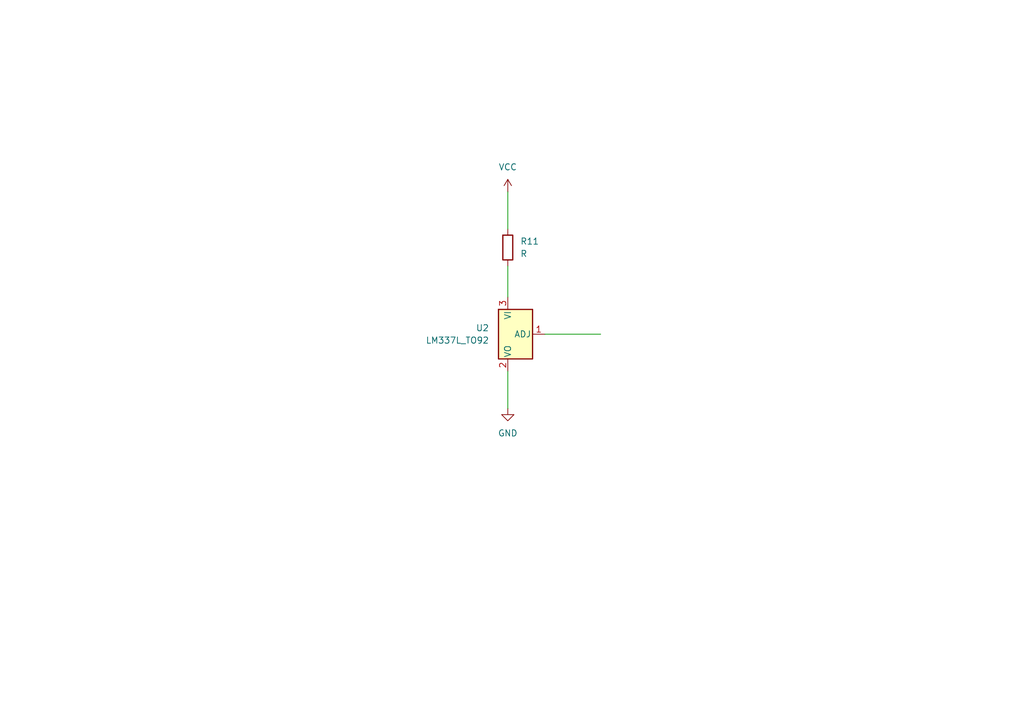
<source format=kicad_sch>
(kicad_sch (version 20231120) (generator "eeschema") (generator_version "8.0")
  (paper "A5")
  (title_block (title "Temperature Sensor") (date "2024-04-24") (company "UPV") (comment 1 "Hazan Justine"))
  (lib_symbols
    (symbol "Device:R" (pin_numbers hide) (pin_names (offset 0))
      (property "Reference" "R" (at 2.032 0 90))
      (property "Value" "R" (at 0 0 90))
      (symbol "R_0_1"
        (rectangle (start -1.016 -2.54) (end 1.016 2.54) (stroke (width 0.254)))
      )
      (symbol "R_1_1"
        (pin passive line (at 0 3.81 270) (length 1.27) (name "~") (number "1"))
        (pin passive line (at 0 -3.81 90) (length 1.27) (name "~") (number "2"))
      )
    )
    (symbol "Regulator_Linear:LM337L_TO92" (pin_names (offset 0.254))
      (property "Reference" "U" (at -3.81 -3.175 0))
      (property "Value" "LM337L_TO92" (at 0 -3.175 0))
      (symbol "LM337L_TO92_0_1"
        (rectangle (start -5.08 5.08) (end 5.08 -1.905) (stroke (width 0.254)) (fill (type background)))
      )
      (symbol "LM337L_TO92_1_1"
        (pin input line (at 0 7.62 270) (length 2.54) (name "ADJ") (number "1"))
        (pin power_out line (at 7.62 0 180) (length 2.54) (name "VO") (number "2"))
        (pin power_in line (at -7.62 0 0) (length 2.54) (name "VI") (number "3"))
      )
    )
    (symbol "power:GND" (power) (pin_numbers hide) (pin_names (offset 0) hide)
      (property "Value" "GND" (at 0 -3.81 0))
      (symbol "GND_0_1"
        (polyline (pts (xy 0 0) (xy 0 -1.27) (xy 1.27 -1.27) (xy 0 -2.54) (xy -1.27 -1.27) (xy 0 -1.27)))
      )
      (symbol "GND_1_1"
        (pin power_in line (at 0 0 270) (length 0) (name "~") (number "1"))
      )
    )
    (symbol "power:VCC" (power) (pin_numbers hide) (pin_names (offset 0) hide)
      (property "Value" "VCC" (at 0 3.556 0))
      (symbol "VCC_0_1"
        (polyline (pts (xy -0.762 1.27) (xy 0 2.54)))
        (polyline (pts (xy 0 0) (xy 0 2.54)))
        (polyline (pts (xy 0 2.54) (xy 0.762 1.27)))
      )
      (symbol "VCC_1_1"
        (pin power_in line (at 0 0 90) (length 0) (name "~") (number "1"))
      )
    )
  )
  (wire (pts (xy 104.14 54.61) (xy 104.14 60.96)))
  (wire (pts (xy 104.14 76.2) (xy 104.14 83.82)))
  (wire (pts (xy 104.14 39.37) (xy 104.14 46.99)))
  (wire (pts (xy 111.76 68.58) (xy 123.19 68.58)))
  (symbol (lib_id "power:VCC") (at 104.14 39.37 0) (unit 1)
    (property "Reference" "#PWR06" (effects (hide yes)))
    (property "Value" "VCC" (at 104.14 34.29 0))
    (property "Description" "Power symbol creates a global label with name \"VCC\"" (effects (hide yes)))
  )
  (symbol (lib_id "Device:R") (at 104.14 50.8 0) (unit 1)
    (property "Reference" "R11" (at 106.68 49.5299 0) (effects (justify left)))
    (property "Value" "R" (at 106.68 52.0699 0) (effects (justify left)))
    (property "Description" "Resistor" (effects (hide yes)))
  )
  (symbol (lib_id "power:GND") (at 104.14 83.82 0) (unit 1)
    (property "Reference" "#PWR07" (effects (hide yes)))
    (property "Value" "GND" (at 104.14 88.9 0))
    (property "Description" "Power symbol creates a global label with name \"GND\" , ground" (effects (hide yes)))
  )
  (symbol (lib_id "Regulator_Linear:LM337L_TO92") (at 104.14 68.58 270) (unit 1)
    (property "Reference" "U2" (at 100.33 67.3099 90) (effects (justify right)))
    (property "Value" "LM337L_TO92" (at 100.33 69.8499 90) (effects (justify right)))
    (property "Footprint" "Package_TO_SOT_THT:TO-92_Inline" (effects (hide yes)))
    (property "Datasheet" "http://www.ti.com/lit/ds/symlink/lm337l.pdf" (effects (hide yes)))
    (property "Description" "Negative 100mA 35V Adjustable Linear Regulator, TO-92" (effects (hide yes)))
  )
)
</source>
